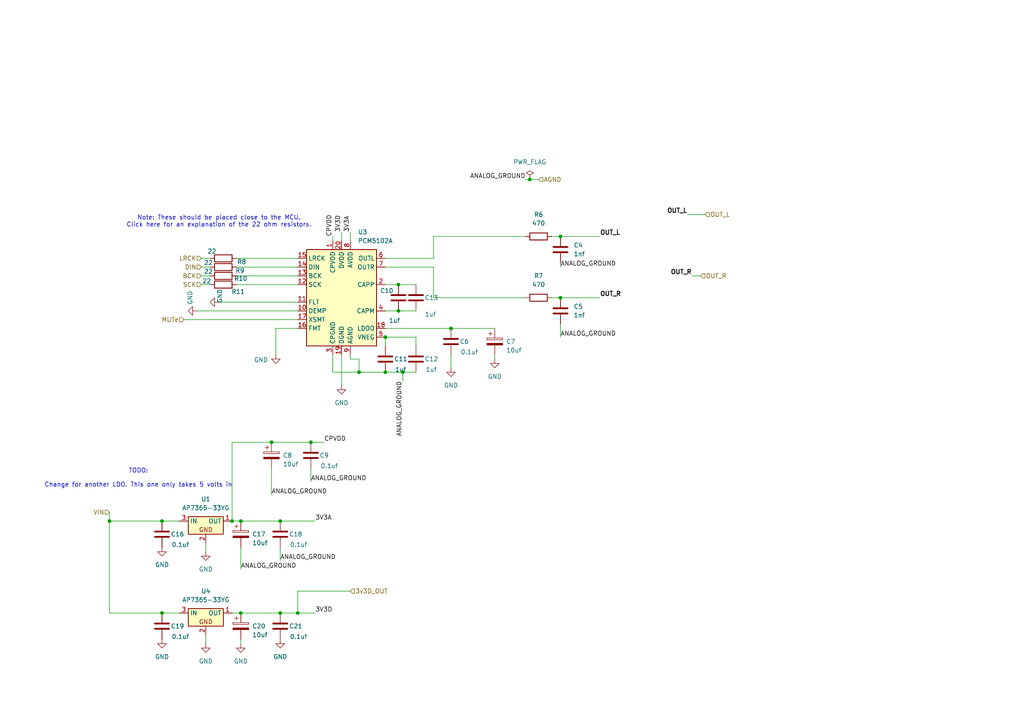
<source format=kicad_sch>
(kicad_sch (version 20231120) (generator "eeschema") (generator_version "8.0")
  (paper "A4")
  (lib_symbols
    (symbol "Audio:PCM5102A"
      (property "Reference" "U" (at -10.16 13.97 0))
      (property "Value" "PCM5102A" (at 3.81 13.97 0))
      (symbol "PCM5102A_0_1"
        (rectangle (start -10.16 12.7) (end 10.16 -15.24) (stroke (width 0.254)) (fill (type background)))
      )
      (symbol "PCM5102A_1_1"
        (pin passive line (at -2.54 15.24 270) (length 2.54) (name "CPVDD") (number "1"))
        (pin input line (at -12.7 -5.08 0) (length 2.54) (name "DEMP") (number "10"))
        (pin input line (at -12.7 -2.54 0) (length 2.54) (name "FLT") (number "11"))
        (pin input line (at -12.7 2.54 0) (length 2.54) (name "SCK") (number "12"))
        (pin input line (at -12.7 5.08 0) (length 2.54) (name "BCK") (number "13"))
        (pin input line (at -12.7 7.62 0) (length 2.54) (name "DIN") (number "14"))
        (pin input line (at -12.7 10.16 0) (length 2.54) (name "LRCK") (number "15"))
        (pin input line (at -12.7 -10.16 0) (length 2.54) (name "FMT") (number "16"))
        (pin input line (at -12.7 -7.62 0) (length 2.54) (name "XSMT") (number "17"))
        (pin passive line (at 12.7 -10.16 180) (length 2.54) (name "LDOO") (number "18"))
        (pin power_in line (at 0 -17.78 90) (length 2.54) (name "DGND") (number "19"))
        (pin passive line (at 12.7 2.54 180) (length 2.54) (name "CAPP") (number "2"))
        (pin power_in line (at 0 15.24 270) (length 2.54) (name "DVDD") (number "20"))
        (pin power_in line (at -2.54 -17.78 90) (length 2.54) (name "CPGND") (number "3"))
        (pin passive line (at 12.7 -5.08 180) (length 2.54) (name "CAPM") (number "4"))
        (pin passive line (at 12.7 -12.7 180) (length 2.54) (name "VNEG") (number "5"))
        (pin output line (at 12.7 10.16 180) (length 2.54) (name "OUTL") (number "6"))
        (pin output line (at 12.7 7.62 180) (length 2.54) (name "OUTR") (number "7"))
        (pin power_in line (at 2.54 15.24 270) (length 2.54) (name "AVDD") (number "8"))
        (pin power_in line (at 2.54 -17.78 90) (length 2.54) (name "AGND") (number "9"))
      )
    )
    (symbol "Device:C" (pin_numbers hide) (pin_names (offset 0.254))
      (property "Reference" "C" (at 0.635 2.54 0))
      (property "Value" "C" (at 0.635 -2.54 0))
      (symbol "C_0_1"
        (polyline (pts (xy -2.032 -0.762) (xy 2.032 -0.762)) (stroke (width 0.508)))
        (polyline (pts (xy -2.032 0.762) (xy 2.032 0.762)) (stroke (width 0.508)))
      )
      (symbol "C_1_1"
        (pin passive line (at 0 3.81 270) (length 2.794) (name "~") (number "1"))
        (pin passive line (at 0 -3.81 90) (length 2.794) (name "~") (number "2"))
      )
    )
    (symbol "Device:C_Polarized" (pin_numbers hide) (pin_names (offset 0.254))
      (property "Reference" "C" (at 0.635 2.54 0))
      (property "Value" "C_Polarized" (at 0.635 -2.54 0))
      (symbol "C_Polarized_0_1"
        (rectangle (start -2.286 0.508) (end 2.286 1.016))
        (polyline (pts (xy -1.778 2.286) (xy -0.762 2.286)))
        (polyline (pts (xy -1.27 2.794) (xy -1.27 1.778)))
        (rectangle (start 2.286 -0.508) (end -2.286 -1.016) (fill (type outline)))
      )
      (symbol "C_Polarized_1_1"
        (pin passive line (at 0 3.81 270) (length 2.794) (name "~") (number "1"))
        (pin passive line (at 0 -3.81 90) (length 2.794) (name "~") (number "2"))
      )
    )
    (symbol "Device:R" (pin_numbers hide) (pin_names (offset 0))
      (property "Reference" "R" (at 2.032 0 90))
      (property "Value" "R" (at 0 0 90))
      (symbol "R_0_1"
        (rectangle (start -1.016 -2.54) (end 1.016 2.54) (stroke (width 0.254)))
      )
      (symbol "R_1_1"
        (pin passive line (at 0 3.81 270) (length 1.27) (name "~") (number "1"))
        (pin passive line (at 0 -3.81 90) (length 1.27) (name "~") (number "2"))
      )
    )
    (symbol "PCM_Voltage_Regulator_AKL:AP7365-33YG"
      (property "Reference" "U" (at 0 6.35 0))
      (property "Value" "AP7365-33YG" (at 0 3.81 0))
      (symbol "AP7365-33YG_0_0"
        (rectangle (start -5.08 1.27) (end 5.08 -3.81) (stroke (width 0.254)) (fill (type background)))
        (text "GND" (at 0 -2.54 0) (effects (font (size 1.27 1.27))))
      )
      (symbol "AP7365-33YG_1_1"
        (pin power_out line (at 7.62 0 180) (length 2.54) (name "OUT") (number "1"))
        (pin power_in line (at 0 -6.35 90) (length 2.54) (name "~") (number "2"))
        (pin power_in line (at -7.62 0 0) (length 2.54) (name "IN") (number "3"))
      )
    )
    (symbol "power:GND" (power) (pin_numbers hide) (pin_names (offset 0) hide)
      (property "Value" "GND" (at 0 -3.81 0))
      (symbol "GND_0_1"
        (polyline (pts (xy 0 0) (xy 0 -1.27) (xy 1.27 -1.27) (xy 0 -2.54) (xy -1.27 -1.27) (xy 0 -1.27)))
      )
      (symbol "GND_1_1"
        (pin power_in line (at 0 0 270) (length 0) (name "~") (number "1"))
      )
    )
    (symbol "power:PWR_FLAG" (power) (pin_numbers hide) (pin_names (offset 0) hide)
      (property "Value" "PWR_FLAG" (at 0 3.81 0))
      (symbol "PWR_FLAG_0_0"
        (pin power_out line (at 0 0 90) (length 0) (name "~") (number "1"))
      )
      (symbol "PWR_FLAG_0_1"
        (polyline (pts (xy 0 0) (xy 0 1.27) (xy -1.016 1.905) (xy 0 2.54) (xy 1.016 1.905) (xy 0 1.27)))
      )
    )
  )
  (junction (at 86.36 177.8))
  (junction (at 115.57 82.55))
  (junction (at 104.14 107.95))
  (junction (at 46.99 151.13))
  (junction (at 90.17 128.27))
  (junction (at 162.56 68.58))
  (junction (at 81.28 151.13))
  (junction (at 153.67 52.07))
  (junction (at 78.74 128.27))
  (junction (at 162.56 86.36))
  (junction (at 111.76 107.95))
  (junction (at 69.85 177.8))
  (junction (at 115.57 90.17))
  (junction (at 111.76 97.79))
  (junction (at 116.84 107.95))
  (junction (at 81.28 177.8))
  (junction (at 67.31 151.13))
  (junction (at 46.99 177.8))
  (junction (at 130.81 95.25))
  (junction (at 69.85 151.13))
  (junction (at 31.75 151.13))
  (wire (pts (xy 115.57 90.17) (xy 120.65 90.17)))
  (wire (pts (xy 78.74 128.27) (xy 90.17 128.27)))
  (wire (pts (xy 67.31 177.8) (xy 69.85 177.8)))
  (wire (pts (xy 104.14 104.14) (xy 101.6 104.14)))
  (wire (pts (xy 86.36 171.45) (xy 101.6 171.45)))
  (wire (pts (xy 153.67 52.07) (xy 156.21 52.07)))
  (wire (pts (xy 125.73 74.93) (xy 111.76 74.93)))
  (wire (pts (xy 162.56 86.36) (xy 173.99 86.36)))
  (wire (pts (xy 31.75 151.13) (xy 31.75 177.8)))
  (wire (pts (xy 143.51 102.87) (xy 143.51 104.14)))
  (wire (pts (xy 152.4 52.07) (xy 153.67 52.07)))
  (wire (pts (xy 162.56 93.98) (xy 162.56 97.79)))
  (wire (pts (xy 125.73 68.58) (xy 125.73 74.93)))
  (wire (pts (xy 69.85 151.13) (xy 81.28 151.13)))
  (wire (pts (xy 116.84 107.95) (xy 120.65 107.95)))
  (wire (pts (xy 115.57 82.55) (xy 120.65 82.55)))
  (wire (pts (xy 160.02 68.58) (xy 162.56 68.58)))
  (wire (pts (xy 111.76 97.79) (xy 120.65 97.79)))
  (wire (pts (xy 125.73 86.36) (xy 152.4 86.36)))
  (wire (pts (xy 31.75 151.13) (xy 46.99 151.13)))
  (wire (pts (xy 99.06 67.31) (xy 99.06 69.85)))
  (wire (pts (xy 111.76 95.25) (xy 130.81 95.25)))
  (wire (pts (xy 60.96 80.01) (xy 58.42 80.01)))
  (wire (pts (xy 60.96 77.47) (xy 58.42 77.47)))
  (wire (pts (xy 69.85 177.8) (xy 81.28 177.8)))
  (wire (pts (xy 57.15 90.17) (xy 86.36 90.17)))
  (wire (pts (xy 200.66 80.01) (xy 203.2 80.01)))
  (wire (pts (xy 80.01 95.25) (xy 80.01 102.87)))
  (wire (pts (xy 80.01 95.25) (xy 86.36 95.25)))
  (wire (pts (xy 68.58 80.01) (xy 86.36 80.01)))
  (wire (pts (xy 63.5 87.63) (xy 86.36 87.63)))
  (wire (pts (xy 60.96 74.93) (xy 58.42 74.93)))
  (wire (pts (xy 130.81 102.87) (xy 130.81 106.68)))
  (wire (pts (xy 96.52 107.95) (xy 104.14 107.95)))
  (wire (pts (xy 31.75 177.8) (xy 46.99 177.8)))
  (wire (pts (xy 104.14 104.14) (xy 104.14 107.95)))
  (wire (pts (xy 78.74 135.89) (xy 78.74 143.51)))
  (wire (pts (xy 130.81 95.25) (xy 143.51 95.25)))
  (wire (pts (xy 99.06 102.87) (xy 99.06 111.76)))
  (wire (pts (xy 162.56 68.58) (xy 173.99 68.58)))
  (wire (pts (xy 68.58 82.55) (xy 86.36 82.55)))
  (wire (pts (xy 59.69 184.15) (xy 59.69 186.69)))
  (wire (pts (xy 86.36 177.8) (xy 91.44 177.8)))
  (wire (pts (xy 199.39 62.23) (xy 204.47 62.23)))
  (wire (pts (xy 125.73 86.36) (xy 125.73 77.47)))
  (wire (pts (xy 111.76 107.95) (xy 104.14 107.95)))
  (wire (pts (xy 96.52 107.95) (xy 96.52 102.87)))
  (wire (pts (xy 68.58 77.47) (xy 86.36 77.47)))
  (wire (pts (xy 53.34 92.71) (xy 86.36 92.71)))
  (wire (pts (xy 81.28 158.75) (xy 81.28 162.56)))
  (wire (pts (xy 111.76 97.79) (xy 111.76 100.33)))
  (wire (pts (xy 78.74 128.27) (xy 67.31 128.27)))
  (wire (pts (xy 120.65 100.33) (xy 120.65 97.79)))
  (wire (pts (xy 46.99 151.13) (xy 52.07 151.13)))
  (wire (pts (xy 60.96 82.55) (xy 58.42 82.55)))
  (wire (pts (xy 81.28 151.13) (xy 91.44 151.13)))
  (wire (pts (xy 69.85 185.42) (xy 69.85 186.69)))
  (wire (pts (xy 125.73 68.58) (xy 152.4 68.58)))
  (wire (pts (xy 125.73 77.47) (xy 111.76 77.47)))
  (wire (pts (xy 111.76 90.17) (xy 115.57 90.17)))
  (wire (pts (xy 46.99 177.8) (xy 52.07 177.8)))
  (wire (pts (xy 101.6 67.31) (xy 101.6 69.85)))
  (wire (pts (xy 116.84 107.95) (xy 116.84 110.49)))
  (wire (pts (xy 90.17 128.27) (xy 93.98 128.27)))
  (wire (pts (xy 162.56 76.2) (xy 162.56 77.47)))
  (wire (pts (xy 101.6 104.14) (xy 101.6 102.87)))
  (wire (pts (xy 67.31 128.27) (xy 67.31 151.13)))
  (wire (pts (xy 111.76 107.95) (xy 116.84 107.95)))
  (wire (pts (xy 160.02 86.36) (xy 162.56 86.36)))
  (wire (pts (xy 90.17 135.89) (xy 90.17 139.7)))
  (wire (pts (xy 67.31 151.13) (xy 69.85 151.13)))
  (wire (pts (xy 111.76 82.55) (xy 115.57 82.55)))
  (wire (pts (xy 68.58 74.93) (xy 86.36 74.93)))
  (wire (pts (xy 96.52 68.58) (xy 96.52 69.85)))
  (wire (pts (xy 86.36 171.45) (xy 86.36 177.8)))
  (wire (pts (xy 31.75 148.59) (xy 31.75 151.13)))
  (wire (pts (xy 59.69 157.48) (xy 59.69 160.02)))
  (wire (pts (xy 69.85 158.75) (xy 69.85 165.1)))
  (wire (pts (xy 81.28 177.8) (xy 86.36 177.8)))
  (text "Note: These should be placed close to the MCU. \nClick here for an explanation of the 22 ohm resistors. " (at 64.008 64.262 0) (effects (font (size 1.27 1.27))))
  (text "TODO:\n\nChange for another LDO. This one only takes 5 volts in" (at 40.132 138.684 0) (effects (font (size 1.27 1.27))))
  (label "ANALOG_GROUND" (at 69.85 165.1 0))
  (label "ANALOG_GROUND" (at 116.84 110.49 270))
  (label "ANALOG_GROUND" (at 152.4 52.07 180))
  (label "OUT_R" (at 173.99 86.36 0) (effects (font (thickness 0.254) (bold yes))))
  (label "CPVDD" (at 96.52 68.58 90))
  (label "ANALOG_GROUND" (at 162.56 97.79 0))
  (label "3V3A" (at 91.44 151.13 0))
  (label "ANALOG_GROUND" (at 78.74 143.51 0))
  (label "3V3A" (at 101.6 67.31 90))
  (label "3V3D" (at 99.06 67.31 90))
  (label "ANALOG_GROUND" (at 90.17 139.7 0))
  (label "OUT_R" (at 200.66 80.01 180) (effects (font (thickness 0.254) (bold yes))))
  (label "ANALOG_GROUND" (at 162.56 77.47 0))
  (label "OUT_L" (at 199.39 62.23 180) (effects (font (thickness 0.254) (bold yes))))
  (label "ANALOG_GROUND" (at 81.28 162.56 0))
  (label "CPVDD" (at 93.98 128.27 0))
  (label "OUT_L" (at 173.99 68.58 0) (effects (font (thickness 0.254) (bold yes))))
  (label "3V3D" (at 91.44 177.8 0))
  (hierarchical_label "AGND" (shape input) (at 156.21 52.07 0))
  (hierarchical_label "DIN" (shape input) (at 58.42 77.47 180))
  (hierarchical_label "OUT_L" (shape input) (at 204.47 62.23 0))
  (hierarchical_label "VIN" (shape input) (at 31.75 148.59 180))
  (hierarchical_label "BCK" (shape input) (at 58.42 80.01 180))
  (hierarchical_label "SCK" (shape input) (at 58.42 82.55 180))
  (hierarchical_label "MUTe" (shape input) (at 53.34 92.71 180))
  (hierarchical_label "3v3D_OUT" (shape input) (at 101.6 171.45 0))
  (hierarchical_label "OUT_R" (shape input) (at 203.2 80.01 0))
  (hierarchical_label "LRCK" (shape input) (at 58.42 74.93 180))
  (symbol (lib_id "power:GND") (at 130.81 106.68 0) (unit 1)
    (property "Reference" "#PWR028" (effects (hide yes)))
    (property "Value" "GND" (at 130.81 111.76 0))
    (property "Description" "Power symbol creates a global label with name \"GND\" , ground" (effects (hide yes)))
    (instances (project "Pico Programmable Audio Board" (path "" (reference "#PWR028") (unit 1))) (project "TeensyHapticAudioPlayer" (path "" (reference "#PWR0106") (unit 1))))
  )
  (symbol (lib_id "Device:C_Polarized") (at 143.51 99.06 0) (unit 1)
    (property "Reference" "C7" (at 146.812 99.06 0) (effects (justify left)))
    (property "Value" "10uf" (at 146.812 101.6 0) (effects (justify left)))
    (property "Footprint" "Capacitor_SMD:CP_Elec_5x5.7" (effects (hide yes)))
    (property "Description" "Polarized capacitor" (effects (hide yes)))
    (instances (project "" (path "" (reference "C7") (unit 1))) (project "TeensyHapticAudioPlayer" (path "" (reference "C15") (unit 1))))
  )
  (symbol (lib_id "power:GND") (at 99.06 111.76 0) (unit 1)
    (property "Reference" "#PWR034" (effects (hide yes)))
    (property "Value" "GND" (at 99.06 116.84 0))
    (property "Description" "Power symbol creates a global label with name \"GND\" , ground" (effects (hide yes)))
    (instances (project "Pico Programmable Audio Board" (path "" (reference "#PWR034") (unit 1))) (project "TeensyHapticAudioPlayer" (path "" (reference "#PWR0102") (unit 1))))
  )
  (symbol (lib_id "power:GND") (at 80.01 102.87 0) (unit 1)
    (property "Reference" "#PWR024" (effects (hide yes)))
    (property "Value" "GND" (at 75.692 104.394 0))
    (property "Description" "Power symbol creates a global label with name \"GND\" , ground" (effects (hide yes)))
    (instances (project "Pico Programmable Audio Board" (path "" (reference "#PWR024") (unit 1))) (project "TeensyHapticAudioPlayer" (path "" (reference "#PWR0101") (unit 1))))
  )
  (symbol (lib_id "PCM_Voltage_Regulator_AKL:AP7365-33YG") (at 59.69 151.13 0) (unit 1)
    (property "Reference" "U1" (at 59.69 144.78 0))
    (property "Value" "AP7365-33YG" (at 59.69 147.32 0))
    (property "Footprint" "PCM_Package_TO_SOT_SMD_AKL:SOT-89-3" (effects (hide yes)))
    (property "Datasheet" "https://www.diodes.com/assets/Datasheets/products_inactive_data/AP7365.pdf" (effects (hide yes)))
    (property "Description" "SOT-89 3.3V 600mA low dropout voltage regulator, Alternate KiCad Library" (effects (hide yes)))
    (instances (project "" (path "" (reference "U1") (unit 1))) (project "TeensyHapticAudioPlayer" (path "" (reference "U2") (unit 1))))
  )
  (symbol (lib_id "power:PWR_FLAG") (at 153.67 52.07 0) (unit 1)
    (property "Reference" "#FLG01" (effects (hide yes)))
    (property "Value" "PWR_FLAG" (at 153.67 46.99 0))
    (property "Description" "Special symbol for telling ERC where power comes from" (effects (hide yes)))
    (instances (project "" (path "" (reference "#FLG01") (unit 1))) (project "TeensyHapticAudioPlayer" (path "" (reference "#FLG0101") (unit 1))))
  )
  (symbol (lib_id "power:GND") (at 143.51 104.14 0) (unit 1)
    (property "Reference" "#PWR029" (effects (hide yes)))
    (property "Value" "GND" (at 143.51 109.22 0))
    (property "Description" "Power symbol creates a global label with name \"GND\" , ground" (effects (hide yes)))
    (instances (project "Pico Programmable Audio Board" (path "" (reference "#PWR029") (unit 1))) (project "TeensyHapticAudioPlayer" (path "" (reference "#PWR0105") (unit 1))))
  )
  (symbol (lib_id "Device:C") (at 81.28 154.94 0) (unit 1)
    (property "Reference" "C18" (at 83.82 154.94 0) (effects (justify left)))
    (property "Value" "0.1uf" (at 84.074 157.988 0) (effects (justify left)))
    (property "Footprint" "Capacitor_SMD:C_0603_1608Metric_Pad1.08x0.95mm_HandSolder" (effects (hide yes)))
    (property "Description" "Unpolarized capacitor" (effects (hide yes)))
    (instances (project "Pico Programmable Audio Board" (path "" (reference "C18") (unit 1))) (project "TeensyHapticAudioPlayer" (path "" (reference "C7") (unit 1))))
  )
  (symbol (lib_id "power:GND") (at 46.99 158.75 0) (unit 1)
    (property "Reference" "#PWR038" (effects (hide yes)))
    (property "Value" "GND" (at 46.99 163.83 0))
    (property "Description" "Power symbol creates a global label with name \"GND\" , ground" (effects (hide yes)))
    (instances (project "Pico Programmable Audio Board" (path "" (reference "#PWR038") (unit 1))) (project "TeensyHapticAudioPlayer" (path "" (reference "#PWR0110") (unit 1))))
  )
  (symbol (lib_id "Device:R") (at 64.77 82.55 90) (unit 1)
    (property "Reference" "R11" (at 69.088 84.582 90))
    (property "Value" "22" (at 59.944 81.534 90))
    (property "Footprint" "Resistor_SMD:R_0603_1608Metric_Pad0.98x0.95mm_HandSolder" (effects (hide yes)))
    (property "Description" "Resistor" (effects (hide yes)))
    (instances (project "Pico Programmable Audio Board" (path "" (reference "R11") (unit 1))) (project "TeensyHapticAudioPlayer" (path "" (reference "R5") (unit 1))))
  )
  (symbol (lib_id "Device:R") (at 64.77 77.47 90) (unit 1)
    (property "Reference" "R9" (at 69.596 78.486 90))
    (property "Value" "22" (at 60.452 76.2 90))
    (property "Footprint" "Resistor_SMD:R_0603_1608Metric_Pad0.98x0.95mm_HandSolder" (effects (hide yes)))
    (property "Description" "Resistor" (effects (hide yes)))
    (instances (project "Pico Programmable Audio Board" (path "" (reference "R9") (unit 1))) (project "TeensyHapticAudioPlayer" (path "" (reference "R3") (unit 1))))
  )
  (symbol (lib_id "Device:C") (at 162.56 90.17 0) (unit 1)
    (property "Reference" "C5" (at 166.37 88.8999 0) (effects (justify left)))
    (property "Value" "1nf" (at 166.37 91.4399 0) (effects (justify left)))
    (property "Footprint" "Capacitor_SMD:C_0603_1608Metric" (effects (hide yes)))
    (property "Description" "Unpolarized capacitor" (effects (hide yes)))
    (instances (project "Pico Programmable Audio Board" (path "" (reference "C5") (unit 1))) (project "TeensyHapticAudioPlayer" (path "" (reference "C17") (unit 1))))
  )
  (symbol (lib_id "Audio:PCM5102A") (at 99.06 85.09 0) (unit 1)
    (property "Reference" "U3" (at 103.7941 67.31 0) (effects (justify left)))
    (property "Value" "PCM5102A" (at 103.7941 69.85 0) (effects (justify left)))
    (property "Footprint" "Package_SO:TSSOP-20_4.4x6.5mm_P0.65mm" (effects (hide yes)))
    (property "Datasheet" "https://www.ti.com/lit/ds/symlink/pcm5102a.pdf" (effects (hide yes)))
    (property "Description" "2.1 VRMS, 112dB Audio Stereo DAC with PLL and 32-bit, 384kHz PCM Interface, TSSOP-20" (effects (hide yes)))
    (instances (project "Pico Programmable Audio Board" (path "" (reference "U3") (unit 1))) (project "TeensyHapticAudioPlayer" (path "" (reference "U4") (unit 1))))
  )
  (symbol (lib_id "Device:C") (at 46.99 154.94 0) (unit 1)
    (property "Reference" "C16" (at 49.53 154.94 0) (effects (justify left)))
    (property "Value" "0.1uf" (at 49.784 157.988 0) (effects (justify left)))
    (property "Footprint" "Capacitor_SMD:C_0603_1608Metric_Pad1.08x0.95mm_HandSolder" (effects (hide yes)))
    (property "Description" "Unpolarized capacitor" (effects (hide yes)))
    (instances (project "Pico Programmable Audio Board" (path "" (reference "C16") (unit 1))) (project "TeensyHapticAudioPlayer" (path "" (reference "C2") (unit 1))))
  )
  (symbol (lib_id "Device:C") (at 115.57 86.36 0) (unit 1)
    (property "Reference" "C10" (at 110.236 84.328 0) (effects (justify left)))
    (property "Value" "1uf" (at 112.776 92.964 0) (effects (justify left)))
    (property "Footprint" "Capacitor_SMD:C_0603_1608Metric" (effects (hide yes)))
    (property "Description" "Unpolarized capacitor" (effects (hide yes)))
    (instances (project "Pico Programmable Audio Board" (path "" (reference "C10") (unit 1))) (project "TeensyHapticAudioPlayer" (path "" (reference "C11") (unit 1))))
  )
  (symbol (lib_id "Device:R") (at 156.21 68.58 270) (unit 1)
    (property "Reference" "R6" (at 156.21 62.23 90))
    (property "Value" "470" (at 156.21 64.77 90))
    (property "Footprint" "Resistor_SMD:R_0603_1608Metric_Pad0.98x0.95mm_HandSolder" (effects (hide yes)))
    (property "Description" "Resistor" (effects (hide yes)))
  )
  (symbol (lib_id "Device:C") (at 111.76 104.14 0) (unit 1)
    (property "Reference" "C11" (at 114.3 104.14 0) (effects (justify left)))
    (property "Value" "1uf" (at 114.554 107.188 0) (effects (justify left)))
    (property "Footprint" "Capacitor_SMD:C_0603_1608Metric" (effects (hide yes)))
    (property "Description" "Unpolarized capacitor" (effects (hide yes)))
    (instances (project "Pico Programmable Audio Board" (path "" (reference "C11") (unit 1))) (project "TeensyHapticAudioPlayer" (path "" (reference "C10") (unit 1))))
  )
  (symbol (lib_id "Device:C_Polarized") (at 69.85 154.94 0) (unit 1)
    (property "Reference" "C17" (at 73.152 154.94 0) (effects (justify left)))
    (property "Value" "10uf" (at 73.152 157.48 0) (effects (justify left)))
    (property "Footprint" "Capacitor_SMD:CP_Elec_5x5.7" (effects (hide yes)))
    (property "Description" "Polarized capacitor" (effects (hide yes)))
    (instances (project "Pico Programmable Audio Board" (path "" (reference "C17") (unit 1))) (project "TeensyHapticAudioPlayer" (path "" (reference "C4") (unit 1))))
  )
  (symbol (lib_id "power:GND") (at 57.15 90.17 270) (unit 1)
    (property "Reference" "#PWR022" (effects (hide yes)))
    (property "Value" "GND" (at 55.118 86.36 0))
    (property "Description" "Power symbol creates a global label with name \"GND\" , ground" (effects (hide yes)))
    (instances (project "Pico Programmable Audio Board" (path "" (reference "#PWR022") (unit 1))) (project "TeensyHapticAudioPlayer" (path "" (reference "#PWR0104") (unit 1))))
  )
  (symbol (lib_id "power:GND") (at 63.5 87.63 270) (unit 1)
    (property "Reference" "#PWR041" (effects (hide yes)))
    (property "Value" "GND" (at 63.754 85.852 0))
    (property "Description" "Power symbol creates a global label with name \"GND\" , ground" (effects (hide yes)))
    (instances (project "Pico Programmable Audio Board" (path "" (reference "#PWR041") (unit 1))) (project "TeensyHapticAudioPlayer" (path "" (reference "#PWR0103") (unit 1))))
  )
  (symbol (lib_id "Device:C") (at 120.65 104.14 0) (unit 1)
    (property "Reference" "C12" (at 123.19 104.14 0) (effects (justify left)))
    (property "Value" "1uf" (at 123.444 107.188 0) (effects (justify left)))
    (property "Footprint" "Capacitor_SMD:C_0603_1608Metric" (effects (hide yes)))
    (property "Description" "Unpolarized capacitor" (effects (hide yes)))
    (instances (project "Pico Programmable Audio Board" (path "" (reference "C12") (unit 1))) (project "TeensyHapticAudioPlayer" (path "" (reference "C13") (unit 1))))
  )
  (symbol (lib_id "power:GND") (at 69.85 186.69 0) (unit 1)
    (property "Reference" "#PWR047" (effects (hide yes)))
    (property "Value" "GND" (at 69.85 191.77 0))
    (property "Description" "Power symbol creates a global label with name \"GND\" , ground" (effects (hide yes)))
    (instances (project "Pico Programmable Audio Board" (path "" (reference "#PWR047") (unit 1))) (project "TeensyHapticAudioPlayer" (path "" (reference "#PWR0109") (unit 1))))
  )
  (symbol (lib_id "power:GND") (at 59.69 186.69 0) (unit 1)
    (property "Reference" "#PWR046" (effects (hide yes)))
    (property "Value" "GND" (at 59.69 191.77 0))
    (property "Description" "Power symbol creates a global label with name \"GND\" , ground" (effects (hide yes)))
    (instances (project "Pico Programmable Audio Board" (path "" (reference "#PWR046") (unit 1))) (project "TeensyHapticAudioPlayer" (path "" (reference "#PWR0112") (unit 1))))
  )
  (symbol (lib_id "Device:R") (at 64.77 74.93 90) (unit 1)
    (property "Reference" "R8" (at 70.104 75.946 90))
    (property "Value" "22" (at 61.468 72.898 90))
    (property "Footprint" "Resistor_SMD:R_0603_1608Metric_Pad0.98x0.95mm_HandSolder" (effects (hide yes)))
    (property "Description" "Resistor" (effects (hide yes)))
    (instances (project "" (path "" (reference "R8") (unit 1))) (project "TeensyHapticAudioPlayer" (path "" (reference "R2") (unit 1))))
  )
  (symbol (lib_id "Device:R") (at 64.77 80.01 90) (unit 1)
    (property "Reference" "R10" (at 69.85 80.772 90))
    (property "Value" "22" (at 60.452 78.74 90))
    (property "Footprint" "Resistor_SMD:R_0603_1608Metric_Pad0.98x0.95mm_HandSolder" (effects (hide yes)))
    (property "Description" "Resistor" (effects (hide yes)))
    (instances (project "Pico Programmable Audio Board" (path "" (reference "R10") (unit 1))) (project "TeensyHapticAudioPlayer" (path "" (reference "R4") (unit 1))))
  )
  (symbol (lib_id "Device:C") (at 130.81 99.06 0) (unit 1)
    (property "Reference" "C6" (at 133.35 99.06 0) (effects (justify left)))
    (property "Value" "0.1uf" (at 133.604 102.108 0) (effects (justify left)))
    (property "Footprint" "Capacitor_SMD:C_0603_1608Metric_Pad1.08x0.95mm_HandSolder" (effects (hide yes)))
    (property "Description" "Unpolarized capacitor" (effects (hide yes)))
    (instances (project "Pico Programmable Audio Board" (path "" (reference "C6") (unit 1))) (project "TeensyHapticAudioPlayer" (path "" (reference "C14") (unit 1))))
  )
  (symbol (lib_id "Device:C") (at 81.28 181.61 0) (unit 1)
    (property "Reference" "C21" (at 83.82 181.61 0) (effects (justify left)))
    (property "Value" "0.1uf" (at 84.074 184.658 0) (effects (justify left)))
    (property "Footprint" "Capacitor_SMD:C_0603_1608Metric_Pad1.08x0.95mm_HandSolder" (effects (hide yes)))
    (property "Description" "Unpolarized capacitor" (effects (hide yes)))
    (instances (project "Pico Programmable Audio Board" (path "" (reference "C21") (unit 1))) (project "TeensyHapticAudioPlayer" (path "" (reference "C8") (unit 1))))
  )
  (symbol (lib_id "Device:C") (at 120.65 86.36 0) (unit 1)
    (property "Reference" "C13" (at 123.19 86.36 0) (effects (justify left)))
    (property "Value" "1uf" (at 123.19 91.186 0) (effects (justify left)))
    (property "Footprint" "Capacitor_SMD:C_0603_1608Metric" (effects (hide yes)))
    (property "Description" "Unpolarized capacitor" (effects (hide yes)))
    (instances (project "Pico Programmable Audio Board" (path "" (reference "C13") (unit 1))) (project "TeensyHapticAudioPlayer" (path "" (reference "C12") (unit 1))))
  )
  (symbol (lib_id "power:GND") (at 46.99 185.42 0) (unit 1)
    (property "Reference" "#PWR045" (effects (hide yes)))
    (property "Value" "GND" (at 46.99 190.5 0))
    (property "Description" "Power symbol creates a global label with name \"GND\" , ground" (effects (hide yes)))
    (instances (project "Pico Programmable Audio Board" (path "" (reference "#PWR045") (unit 1))) (project "TeensyHapticAudioPlayer" (path "" (reference "#PWR0113") (unit 1))))
  )
  (symbol (lib_id "power:GND") (at 81.28 185.42 0) (unit 1)
    (property "Reference" "#PWR048" (effects (hide yes)))
    (property "Value" "GND" (at 81.28 190.5 0))
    (property "Description" "Power symbol creates a global label with name \"GND\" , ground" (effects (hide yes)))
    (instances (project "Pico Programmable Audio Board" (path "" (reference "#PWR048") (unit 1))) (project "TeensyHapticAudioPlayer" (path "" (reference "#PWR0108") (unit 1))))
  )
  (symbol (lib_id "Device:C") (at 90.17 132.08 0) (unit 1)
    (property "Reference" "C9" (at 92.71 132.08 0) (effects (justify left)))
    (property "Value" "0.1uf" (at 92.964 135.128 0) (effects (justify left)))
    (property "Footprint" "Capacitor_SMD:C_0603_1608Metric_Pad1.08x0.95mm_HandSolder" (effects (hide yes)))
    (property "Description" "Unpolarized capacitor" (effects (hide yes)))
  )
  (symbol (lib_id "Device:C") (at 46.99 181.61 0) (unit 1)
    (property "Reference" "C19" (at 49.53 181.61 0) (effects (justify left)))
    (property "Value" "0.1uf" (at 49.784 184.658 0) (effects (justify left)))
    (property "Footprint" "Capacitor_SMD:C_0603_1608Metric_Pad1.08x0.95mm_HandSolder" (effects (hide yes)))
    (property "Description" "Unpolarized capacitor" (effects (hide yes)))
    (instances (project "Pico Programmable Audio Board" (path "" (reference "C19") (unit 1))) (project "TeensyHapticAudioPlayer" (path "" (reference "C3") (unit 1))))
  )
  (symbol (lib_id "PCM_Voltage_Regulator_AKL:AP7365-33YG") (at 59.69 177.8 0) (unit 1)
    (property "Reference" "U4" (at 59.69 171.45 0))
    (property "Value" "AP7365-33YG" (at 59.69 173.99 0))
    (property "Footprint" "PCM_Package_TO_SOT_SMD_AKL:SOT-89-3" (effects (hide yes)))
    (property "Datasheet" "https://www.diodes.com/assets/Datasheets/products_inactive_data/AP7365.pdf" (effects (hide yes)))
    (property "Description" "SOT-89 3.3V 600mA low dropout voltage regulator, Alternate KiCad Library" (effects (hide yes)))
    (instances (project "Pico Programmable Audio Board" (path "" (reference "U4") (unit 1))) (project "TeensyHapticAudioPlayer" (path "" (reference "U3") (unit 1))))
  )
  (symbol (lib_id "Device:R") (at 156.21 86.36 270) (unit 1)
    (property "Reference" "R7" (at 156.21 80.01 90))
    (property "Value" "470" (at 156.21 82.55 90))
    (property "Footprint" "Resistor_SMD:R_0603_1608Metric_Pad0.98x0.95mm_HandSolder" (effects (hide yes)))
    (property "Description" "Resistor" (effects (hide yes)))
  )
  (symbol (lib_id "Device:C") (at 162.56 72.39 0) (unit 1)
    (property "Reference" "C4" (at 166.37 71.1199 0) (effects (justify left)))
    (property "Value" "1nf" (at 166.37 73.6599 0) (effects (justify left)))
    (property "Footprint" "Capacitor_SMD:C_0603_1608Metric" (effects (hide yes)))
    (property "Description" "Unpolarized capacitor" (effects (hide yes)))
    (instances (project "" (path "" (reference "C4") (unit 1))) (project "TeensyHapticAudioPlayer" (path "" (reference "C16") (unit 1))))
  )
  (symbol (lib_id "Device:C_Polarized") (at 69.85 181.61 0) (unit 1)
    (property "Reference" "C20" (at 73.152 181.61 0) (effects (justify left)))
    (property "Value" "10uf" (at 73.152 184.15 0) (effects (justify left)))
    (property "Footprint" "Capacitor_SMD:CP_Elec_5x5.7" (effects (hide yes)))
    (property "Description" "Polarized capacitor" (effects (hide yes)))
    (instances (project "Pico Programmable Audio Board" (path "" (reference "C20") (unit 1))) (project "TeensyHapticAudioPlayer" (path "" (reference "C5") (unit 1))))
  )
  (symbol (lib_id "power:GND") (at 59.69 160.02 0) (unit 1)
    (property "Reference" "#PWR040" (effects (hide yes)))
    (property "Value" "GND" (at 59.69 165.1 0))
    (property "Description" "Power symbol creates a global label with name \"GND\" , ground" (effects (hide yes)))
    (instances (project "Pico Programmable Audio Board" (path "" (reference "#PWR040") (unit 1))) (project "TeensyHapticAudioPlayer" (path "" (reference "#PWR0111") (unit 1))))
  )
  (symbol (lib_id "Device:C_Polarized") (at 78.74 132.08 0) (unit 1)
    (property "Reference" "C8" (at 82.042 132.08 0) (effects (justify left)))
    (property "Value" "10uf" (at 82.042 134.62 0) (effects (justify left)))
    (property "Footprint" "Capacitor_SMD:CP_Elec_5x5.7" (effects (hide yes)))
    (property "Description" "Polarized capacitor" (effects (hide yes)))
    (instances (project "Pico Programmable Audio Board" (path "" (reference "C8") (unit 1))) (project "TeensyHapticAudioPlayer" (path "" (reference "C6") (unit 1))))
  )
)
</source>
